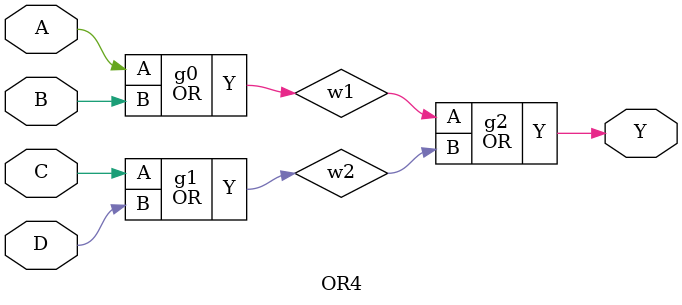
<source format=v>
`ifndef GATES
`define GATES
`timescale 1ns/1ps

module NOT(output Y, input A);
	not #1 g0(Y, A);
endmodule

module NAND(output Y, input A, B);
	nand #2 g0(Y, A, B);
endmodule

module AND(output Y, input A, B);
	and #3 g0(Y, A, B);
endmodule

module NOR(output Y, input A, B);
	nor #2 g0(Y, A, B);
endmodule

module OR(output Y, input A, B);
	or #3 g0(Y, A, B);
endmodule

module XOR(output Y, input A, B);
	xor #5 g0(Y, A, B);
endmodule

module AND4(output Y, input A, B, C, D);
	wire w1, w2;
	AND g0(w1, A, B);
	AND g1(w2, C, D);
	AND g2(Y, w1, w2);
endmodule

module OR4(output Y, input A, B, C, D);
	wire w1, w2;
	OR g0(w1, A, B);
	OR g1(w2, C, D);
	OR g2(Y, w1, w2);
endmodule

`endif
</source>
